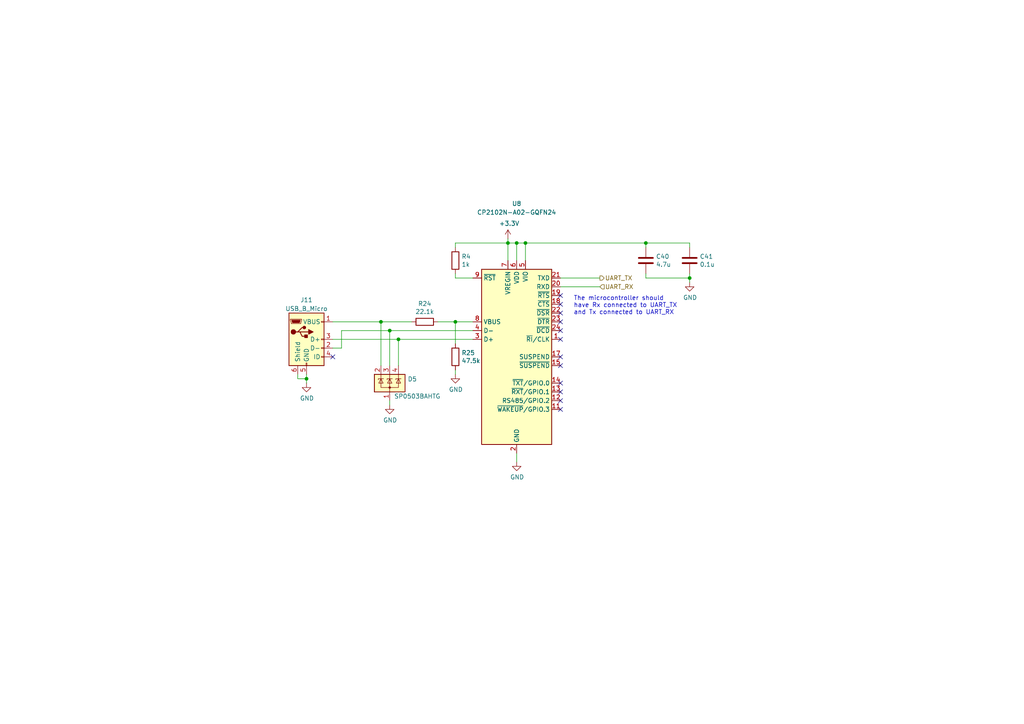
<source format=kicad_sch>
(kicad_sch (version 20230121) (generator eeschema)
  (paper "A4")
  (lib_symbols
    (symbol "Connector:USB_B_Micro" (pin_names (offset 1.016))
      (property "Reference" "J" (at -5.08 11.43 0))
      (property "Value" "USB_B_Micro" (at -5.08 8.89 0))
      (symbol "USB_B_Micro_0_1"
        (rectangle (start -5.08 -7.62) (end 5.08 7.62) (stroke (width 0.254)) (fill (type background)))
        (circle (center -3.81 2.159) (radius 0.635) (stroke (width 0.254)) (fill (type outline)))
        (circle (center -0.635 3.429) (radius 0.381) (stroke (width 0.254)) (fill (type outline)))
        (rectangle (start -0.127 -7.62) (end 0.127 -6.858))
        (polyline (pts (xy -1.905 2.159) (xy 0.635 2.159)) (stroke (width 0.254)))
        (polyline (pts (xy -3.175 2.159) (xy -2.54 2.159) (xy -1.27 3.429) (xy -0.635 3.429)) (stroke (width 0.254)))
        (polyline (pts (xy -2.54 2.159) (xy -1.905 2.159) (xy -1.27 0.889) (xy 0 0.889)) (stroke (width 0.254)))
        (polyline (pts (xy 0.635 2.794) (xy 0.635 1.524) (xy 1.905 2.159) (xy 0.635 2.794)) (stroke (width 0.254)) (fill (type outline)))
        (polyline (pts (xy -4.318 5.588) (xy -1.778 5.588) (xy -2.032 4.826) (xy -4.064 4.826) (xy -4.318 5.588)) (fill (type outline)))
        (polyline (pts (xy -4.699 5.842) (xy -4.699 5.588) (xy -4.445 4.826) (xy -4.445 4.572) (xy -1.651 4.572) (xy -1.651 4.826) (xy -1.397 5.588) (xy -1.397 5.842) (xy -4.699 5.842)))
        (rectangle (start 0.254 1.27) (end -0.508 0.508) (stroke (width 0.254)) (fill (type outline)))
        (rectangle (start 5.08 -5.207) (end 4.318 -4.953))
        (rectangle (start 5.08 -2.667) (end 4.318 -2.413))
        (rectangle (start 5.08 -0.127) (end 4.318 0.127))
        (rectangle (start 5.08 4.953) (end 4.318 5.207))
      )
      (symbol "USB_B_Micro_1_1"
        (pin power_out line (at 7.62 5.08 180) (length 2.54) (name "VBUS") (number "1"))
        (pin bidirectional line (at 7.62 -2.54 180) (length 2.54) (name "D-") (number "2"))
        (pin bidirectional line (at 7.62 0 180) (length 2.54) (name "D+") (number "3"))
        (pin passive line (at 7.62 -5.08 180) (length 2.54) (name "ID") (number "4"))
        (pin power_out line (at 0 -10.16 90) (length 2.54) (name "GND") (number "5"))
        (pin passive line (at -2.54 -10.16 90) (length 2.54) (name "Shield") (number "6"))
      )
    )
    (symbol "Device:C" (pin_numbers hide) (pin_names (offset 0.254))
      (property "Reference" "C" (at 0.635 2.54 0))
      (property "Value" "C" (at 0.635 -2.54 0))
      (symbol "C_0_1"
        (polyline (pts (xy -2.032 -0.762) (xy 2.032 -0.762)) (stroke (width 0.508)))
        (polyline (pts (xy -2.032 0.762) (xy 2.032 0.762)) (stroke (width 0.508)))
      )
      (symbol "C_1_1"
        (pin passive line (at 0 3.81 270) (length 2.794) (name "~") (number "1"))
        (pin passive line (at 0 -3.81 90) (length 2.794) (name "~") (number "2"))
      )
    )
    (symbol "Device:R" (pin_numbers hide) (pin_names (offset 0))
      (property "Reference" "R" (at 2.032 0 90))
      (property "Value" "R" (at 0 0 90))
      (symbol "R_0_1"
        (rectangle (start -1.016 -2.54) (end 1.016 2.54) (stroke (width 0.254)))
      )
      (symbol "R_1_1"
        (pin passive line (at 0 3.81 270) (length 1.27) (name "~") (number "1"))
        (pin passive line (at 0 -3.81 90) (length 1.27) (name "~") (number "2"))
      )
    )
    (symbol "Interface_USB:CP2102N-Axx-xQFN24"
      (property "Reference" "U" (at -8.89 26.67 0))
      (property "Value" "CP2102N-Axx-xQFN24" (at 13.97 26.67 0))
      (symbol "CP2102N-Axx-xQFN24_0_1"
        (rectangle (start -10.16 25.4) (end 10.16 -25.4) (stroke (width 0.254)) (fill (type background)))
      )
      (symbol "CP2102N-Axx-xQFN24_1_1"
        (pin bidirectional line (at 12.7 5.08 180) (length 2.54) (name "~{RI}/CLK") (number "1"))
        (pin no_connect line (at -10.16 -22.86 0) (length 2.54) hide (name "NC") (number "10"))
        (pin bidirectional line (at 12.7 -15.24 180) (length 2.54) (name "~{WAKEUP}/GPIO.3") (number "11"))
        (pin bidirectional line (at 12.7 -12.7 180) (length 2.54) (name "RS485/GPIO.2") (number "12"))
        (pin bidirectional line (at 12.7 -10.16 180) (length 2.54) (name "~{RXT}/GPIO.1") (number "13"))
        (pin bidirectional line (at 12.7 -7.62 180) (length 2.54) (name "~{TXT}/GPIO.0") (number "14"))
        (pin output line (at 12.7 -2.54 180) (length 2.54) (name "~{SUSPEND}") (number "15"))
        (pin no_connect line (at 10.16 -22.86 180) (length 2.54) hide (name "NC") (number "16"))
        (pin output line (at 12.7 0 180) (length 2.54) (name "SUSPEND") (number "17"))
        (pin input line (at 12.7 15.24 180) (length 2.54) (name "~{CTS}") (number "18"))
        (pin output line (at 12.7 17.78 180) (length 2.54) (name "~{RTS}") (number "19"))
        (pin power_in line (at 0 -27.94 90) (length 2.54) (name "GND") (number "2"))
        (pin input line (at 12.7 20.32 180) (length 2.54) (name "RXD") (number "20"))
        (pin output line (at 12.7 22.86 180) (length 2.54) (name "TXD") (number "21"))
        (pin input line (at 12.7 12.7 180) (length 2.54) (name "~{DSR}") (number "22"))
        (pin output line (at 12.7 10.16 180) (length 2.54) (name "~{DTR}") (number "23"))
        (pin input line (at 12.7 7.62 180) (length 2.54) (name "~{DCD}") (number "24"))
        (pin passive line (at 0 -27.94 90) (length 2.54) hide (name "GND") (number "25"))
        (pin bidirectional line (at -12.7 5.08 0) (length 2.54) (name "D+") (number "3"))
        (pin bidirectional line (at -12.7 7.62 0) (length 2.54) (name "D-") (number "4"))
        (pin power_in line (at 2.54 27.94 270) (length 2.54) (name "VIO") (number "5"))
        (pin power_in line (at 0 27.94 270) (length 2.54) (name "VDD") (number "6"))
        (pin power_in line (at -2.54 27.94 270) (length 2.54) (name "VREGIN") (number "7"))
        (pin input line (at -12.7 10.16 0) (length 2.54) (name "VBUS") (number "8"))
        (pin input line (at -12.7 22.86 0) (length 2.54) (name "~{RST}") (number "9"))
      )
    )
    (symbol "Power_Protection:SP0503BAHT" (pin_names hide)
      (property "Reference" "D" (at 5.715 2.54 0))
      (property "Value" "SP0503BAHT" (at 5.715 0.635 0))
      (symbol "SP0503BAHT_0_0"
        (pin passive line (at 0 -5.08 90) (length 2.54) (name "A") (number "1"))
      )
      (symbol "SP0503BAHT_0_1"
        (rectangle (start -4.445 2.54) (end 4.445 -2.54) (stroke (width 0.254)) (fill (type background)))
        (circle (center 0 -1.27) (radius 0.254) (fill (type outline)))
        (polyline (pts (xy -2.54 2.54) (xy -2.54 1.27)))
        (polyline (pts (xy 0 -1.27) (xy 0 -2.54)))
        (polyline (pts (xy 0 -1.27) (xy 0 1.27)))
        (polyline (pts (xy 0 2.54) (xy 0 1.27)))
        (polyline (pts (xy 0.635 1.27) (xy 0.762 1.27)))
        (polyline (pts (xy 2.54 2.54) (xy 2.54 1.27)))
        (polyline (pts (xy 0.635 1.27) (xy -0.762 1.27) (xy -0.762 1.016)))
        (polyline (pts (xy -3.302 1.016) (xy -3.302 1.27) (xy -1.905 1.27) (xy -1.778 1.27)))
        (polyline (pts (xy -2.54 1.27) (xy -2.54 -1.27) (xy 2.54 -1.27) (xy 2.54 1.27)))
        (polyline (pts (xy -2.54 1.27) (xy -1.905 0) (xy -3.175 0) (xy -2.54 1.27)))
        (polyline (pts (xy 0.635 0) (xy -0.635 0) (xy 0 1.27) (xy 0.635 0)))
        (polyline (pts (xy 1.778 1.016) (xy 1.778 1.27) (xy 3.175 1.27) (xy 3.302 1.27)))
        (polyline (pts (xy 2.54 1.27) (xy 1.905 0) (xy 3.175 0) (xy 2.54 1.27)))
      )
      (symbol "SP0503BAHT_1_1"
        (pin passive line (at -2.54 5.08 270) (length 2.54) (name "K") (number "2"))
        (pin passive line (at 0 5.08 270) (length 2.54) (name "K") (number "3"))
        (pin passive line (at 2.54 5.08 270) (length 2.54) (name "K") (number "4"))
      )
    )
    (symbol "power:+3.3V" (power) (pin_names (offset 0))
      (property "Value" "+3.3V" (at 0 3.556 0))
      (symbol "+3.3V_0_1"
        (polyline (pts (xy -0.762 1.27) (xy 0 2.54)))
        (polyline (pts (xy 0 0) (xy 0 2.54)))
        (polyline (pts (xy 0 2.54) (xy 0.762 1.27)))
      )
      (symbol "+3.3V_1_1"
        (pin power_in line (at 0 0 90) (length 0) hide (name "+3.3V") (number "1"))
      )
    )
    (symbol "power:GND" (power) (pin_names (offset 0))
      (property "Value" "GND" (at 0 -3.81 0))
      (symbol "GND_0_1"
        (polyline (pts (xy 0 0) (xy 0 -1.27) (xy 1.27 -1.27) (xy 0 -2.54) (xy -1.27 -1.27) (xy 0 -1.27)))
      )
      (symbol "GND_1_1"
        (pin power_in line (at 0 0 270) (length 0) hide (name "GND") (number "1"))
      )
    )
  )
  (junction (at 147.32 70.485))
  (junction (at 113.03 95.885))
  (junction (at 115.57 98.425))
  (junction (at 110.49 93.345))
  (junction (at 152.4 70.485))
  (junction (at 88.9 109.855))
  (junction (at 132.08 93.345))
  (junction (at 187.325 70.485))
  (junction (at 149.86 70.485))
  (junction (at 200.025 80.645))
  (no_connect (at 162.56 106.045))
  (no_connect (at 96.52 103.505))
  (no_connect (at 162.56 116.205))
  (no_connect (at 162.56 90.805))
  (no_connect (at 162.56 113.665))
  (no_connect (at 162.56 93.345))
  (no_connect (at 162.56 95.885))
  (no_connect (at 162.56 111.125))
  (no_connect (at 162.56 98.425))
  (no_connect (at 162.56 88.265))
  (no_connect (at 162.56 103.505))
  (no_connect (at 162.56 85.725))
  (no_connect (at 162.56 118.745))
  (wire (pts (xy 187.325 71.755) (xy 187.325 70.485)))
  (wire (pts (xy 115.57 98.425) (xy 115.57 106.045)))
  (wire (pts (xy 147.32 70.485) (xy 149.86 70.485)))
  (wire (pts (xy 132.08 70.485) (xy 132.08 71.755)))
  (wire (pts (xy 132.08 93.345) (xy 137.16 93.345)))
  (wire (pts (xy 132.08 99.695) (xy 132.08 93.345)))
  (wire (pts (xy 132.08 80.645) (xy 137.16 80.645)))
  (wire (pts (xy 96.52 93.345) (xy 110.49 93.345)))
  (wire (pts (xy 86.36 108.585) (xy 86.36 109.855)))
  (wire (pts (xy 113.03 95.885) (xy 113.03 106.045)))
  (wire (pts (xy 147.32 69.215) (xy 147.32 70.485)))
  (wire (pts (xy 162.56 83.185) (xy 173.99 83.185)))
  (wire (pts (xy 88.9 109.855) (xy 88.9 108.585)))
  (wire (pts (xy 99.06 95.885) (xy 113.03 95.885)))
  (wire (pts (xy 200.025 71.755) (xy 200.025 70.485)))
  (wire (pts (xy 149.86 70.485) (xy 152.4 70.485)))
  (wire (pts (xy 149.86 70.485) (xy 149.86 75.565)))
  (wire (pts (xy 96.52 98.425) (xy 115.57 98.425)))
  (wire (pts (xy 113.03 117.475) (xy 113.03 116.205)))
  (wire (pts (xy 110.49 106.045) (xy 110.49 93.345)))
  (wire (pts (xy 96.52 100.965) (xy 99.06 100.965)))
  (wire (pts (xy 132.08 79.375) (xy 132.08 80.645)))
  (wire (pts (xy 187.325 80.645) (xy 200.025 80.645)))
  (wire (pts (xy 187.325 80.645) (xy 187.325 79.375)))
  (wire (pts (xy 200.025 81.915) (xy 200.025 80.645)))
  (wire (pts (xy 162.56 80.645) (xy 173.99 80.645)))
  (wire (pts (xy 147.32 70.485) (xy 147.32 75.565)))
  (wire (pts (xy 152.4 70.485) (xy 187.325 70.485)))
  (wire (pts (xy 119.38 93.345) (xy 110.49 93.345)))
  (wire (pts (xy 200.025 70.485) (xy 187.325 70.485)))
  (wire (pts (xy 99.06 95.885) (xy 99.06 100.965)))
  (wire (pts (xy 88.9 109.855) (xy 88.9 111.125)))
  (wire (pts (xy 132.08 70.485) (xy 147.32 70.485)))
  (wire (pts (xy 200.025 80.645) (xy 200.025 79.375)))
  (wire (pts (xy 127 93.345) (xy 132.08 93.345)))
  (wire (pts (xy 115.57 98.425) (xy 137.16 98.425)))
  (wire (pts (xy 86.36 109.855) (xy 88.9 109.855)))
  (wire (pts (xy 132.08 108.585) (xy 132.08 107.315)))
  (wire (pts (xy 113.03 95.885) (xy 137.16 95.885)))
  (wire (pts (xy 149.86 131.445) (xy 149.86 133.985)))
  (wire (pts (xy 152.4 75.565) (xy 152.4 70.485)))
  (text "The microcontroller should \nhave Rx connected to UART_TX\nand Tx connected to UART_RX" (at 166.37 91.44 0) (effects (font (size 1.27 1.27)) (justify left bottom)))
  (hierarchical_label "UART_TX" (shape output) (at 173.99 80.645 0))
  (hierarchical_label "UART_RX" (shape input) (at 173.99 83.185 0))
  (symbol (lib_id "Interface_USB:CP2102N-Axx-xQFN24") (at 149.86 103.505 0) (unit 1)
    (property "Reference" "U8" (at 149.86 59.055 0))
    (property "Value" "CP2102N-A02-GQFN24" (at 149.86 61.595 0))
    (property "Footprint" "Package_DFN_QFN:QFN-24-1EP_4x4mm_P0.5mm_EP2.6x2.6mm" (effects hide))
    (property "Datasheet" "https://www.mouser.com/datasheet/2/368/cp2102n_datasheet-1634912.pdf" (effects hide))
    (property "P/N" "CP2102N-A02-GQFN24" (effects hide))
  )
  (symbol (lib_id "Connector:USB_B_Micro") (at 88.9 98.425 0) (unit 1)
    (property "Reference" "J11" (at 88.9 86.995 0))
    (property "Value" "USB_B_Micro" (at 88.9 89.535 0))
    (property "Footprint" "UTSVT_Connectors:USB_Micro-B_Molex-105017-0001" (effects hide))
    (property "Datasheet" "https://www.mouser.com/datasheet/2/276/1/1050170001_IO_CONNECTORS-230168.pdf" (effects hide))
    (property "P/N" "105017-1001" (effects hide))
    (instances (project "Telemetry-Primary" (path "" (reference "J11") (unit 1)) (path "" (reference "J6") (unit 1))))
  )
  (symbol (lib_id "power:GND") (at 88.9 111.125 0) (unit 1)
    (property "Reference" "#PWR021" (effects hide))
    (property "Value" "GND" (at 89.027 115.5192 0))
  )
  (symbol (lib_id "power:GND") (at 149.86 133.985 0) (unit 1)
    (property "Reference" "#PWR023" (effects hide))
    (property "Value" "GND" (at 149.987 138.3792 0))
  )
  (symbol (lib_id "Power_Protection:SP0503BAHT") (at 113.03 111.125 0) (unit 1)
    (property "Reference" "D5" (at 118.237 109.9566 0) (effects (justify left)))
    (property "Value" "SP0503BAHTG" (at 114.3 114.935 0) (effects (justify left)))
    (property "Footprint" "Package_TO_SOT_SMD:SOT-143" (effects hide))
    (property "Datasheet" "https://www.mouser.com/datasheet/2/240/Littelfuse_TVS_Diode_Array_SP05_Datasheet_pdf-777043.pdf" (effects hide))
    (property "P/N" "SP0503BAHTG" (effects hide))
  )
  (symbol (lib_id "power:GND") (at 113.03 117.475 0) (unit 1)
    (property "Reference" "#PWR022" (effects hide))
    (property "Value" "GND" (at 113.157 121.8692 0))
  )
  (symbol (lib_id "Device:R") (at 132.08 103.505 0) (unit 1)
    (property "Reference" "R25" (at 133.858 102.3366 0) (effects (justify left)))
    (property "Value" "47.5k" (at 133.858 104.648 0) (effects (justify left)))
    (property "Footprint" "Resistor_SMD:R_0805_2012Metric" (effects hide))
    (property "Datasheet" "https://www.mouser.com/datasheet/2/427/dcrcwe3-1762152.pdf" (effects hide))
    (property "P/N" "CRCW080547K5FKEA" (effects hide))
  )
  (symbol (lib_id "Device:R") (at 123.19 93.345 270) (unit 1)
    (property "Reference" "R24" (at 123.19 88.0872 90))
    (property "Value" "22.1k" (at 123.19 90.3986 90))
    (property "Footprint" "Resistor_SMD:R_0805_2012Metric" (effects hide))
    (property "Datasheet" "https://www.mouser.com/datasheet/2/427/dcrcwe3-1762152.pdf" (effects hide))
    (property "P/N" "CRCW080522K1FKEA" (effects hide))
  )
  (symbol (lib_id "power:GND") (at 132.08 108.585 0) (unit 1)
    (property "Reference" "#PWR020" (effects hide))
    (property "Value" "GND" (at 132.207 112.9792 0))
  )
  (symbol (lib_id "power:+3.3V") (at 147.32 69.215 0) (unit 1)
    (property "Reference" "#PWR018" (effects hide))
    (property "Value" "+3.3V" (at 147.701 64.8208 0))
  )
  (symbol (lib_id "Device:R") (at 132.08 75.565 0) (unit 1)
    (property "Reference" "R4" (at 133.858 74.3966 0) (effects (justify left)))
    (property "Value" "1k" (at 133.858 76.708 0) (effects (justify left)))
    (property "Footprint" "Resistor_SMD:R_0805_2012Metric" (effects hide))
    (property "Datasheet" "https://www.mouser.com/datasheet/2/427/dcrcwe3-1762152.pdf" (effects hide))
    (property "P/N" "CRCW08051K00FKEA" (effects hide))
  )
  (symbol (lib_id "Device:C") (at 187.325 75.565 0) (unit 1)
    (property "Reference" "C40" (at 190.246 74.3966 0) (effects (justify left)))
    (property "Value" "4.7u" (at 190.246 76.708 0) (effects (justify left)))
    (property "Footprint" "Capacitor_SMD:C_0805_2012Metric" (effects hide))
    (property "Datasheet" "https://www.mouser.com/datasheet/2/40/cx5r-2835979.pdf" (effects hide))
    (property "P/N" "08055D475KAT2A" (effects hide))
  )
  (symbol (lib_id "Device:C") (at 200.025 75.565 0) (unit 1)
    (property "Reference" "C41" (at 202.946 74.3966 0) (effects (justify left)))
    (property "Value" "0.1u" (at 202.946 76.708 0) (effects (justify left)))
    (property "Footprint" "Capacitor_SMD:C_0805_2012Metric" (effects hide))
    (property "Datasheet" "https://www.mouser.com/datasheet/2/212/KEM_C1002_X7R_SMD-1102033.pdf" (effects hide))
    (property "P/N" "C0805C104K5RAC7411" (effects hide))
  )
  (symbol (lib_id "power:GND") (at 200.025 81.915 0) (unit 1)
    (property "Reference" "#PWR019" (effects hide))
    (property "Value" "GND" (at 200.152 86.3092 0))
  )
)
</source>
